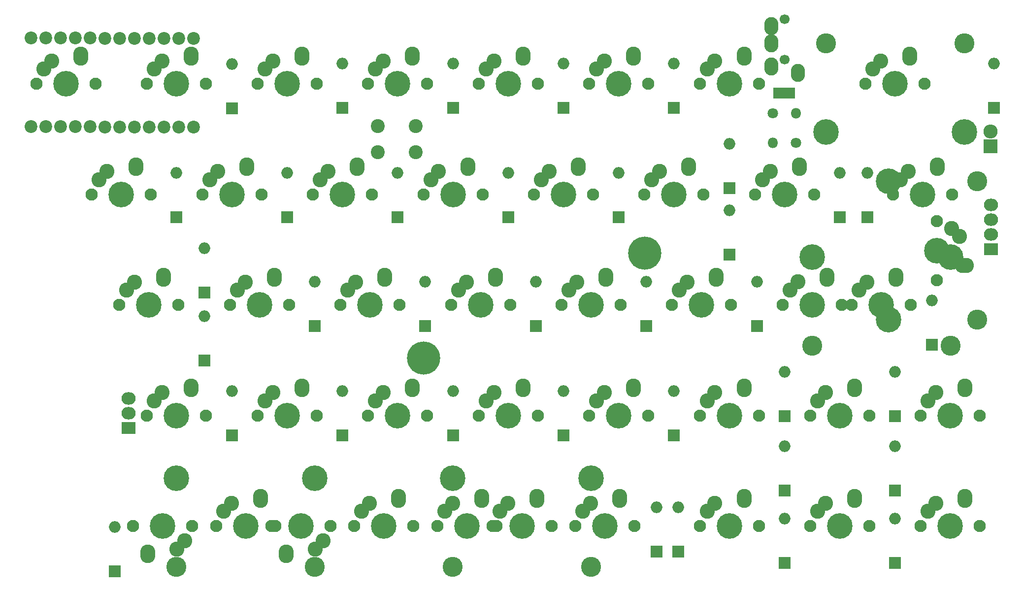
<source format=gbs>
G04 #@! TF.GenerationSoftware,KiCad,Pcbnew,(5.1.6)-1*
G04 #@! TF.CreationDate,2020-06-17T00:03:13+01:00*
G04 #@! TF.ProjectId,Mint60,4d696e74-3630-42e6-9b69-6361645f7063,rev?*
G04 #@! TF.SameCoordinates,Original*
G04 #@! TF.FileFunction,Soldermask,Bot*
G04 #@! TF.FilePolarity,Negative*
%FSLAX46Y46*%
G04 Gerber Fmt 4.6, Leading zero omitted, Abs format (unit mm)*
G04 Created by KiCad (PCBNEW (5.1.6)-1) date 2020-06-17 00:03:13*
%MOMM*%
%LPD*%
G01*
G04 APERTURE LIST*
%ADD10C,2.600000*%
%ADD11C,3.450000*%
%ADD12C,4.400000*%
%ADD13C,2.100000*%
%ADD14R,2.432000X2.127200*%
%ADD15O,2.432000X2.127200*%
%ADD16R,2.000000X2.000000*%
%ADD17O,2.000000X2.000000*%
%ADD18C,2.200000*%
%ADD19C,1.800000*%
%ADD20O,1.800000X1.800000*%
%ADD21R,2.432000X2.432000*%
%ADD22O,2.432000X2.432000*%
%ADD23C,1.700000*%
%ADD24O,2.400000X3.100000*%
%ADD25C,2.400000*%
%ADD26C,5.700000*%
%ADD27R,1.924000X1.924000*%
G04 APERTURE END LIST*
D10*
X203595000Y-61040000D03*
X204730000Y-66040000D03*
D11*
X206650000Y-75400000D03*
X206650000Y-51600000D03*
D12*
X191410000Y-51600000D03*
X191410000Y-75400000D03*
D13*
X199650000Y-68580000D03*
X199650000Y-58420000D03*
D12*
X199650000Y-63500000D03*
D10*
X202190000Y-59690000D03*
X204095000Y-66040000D03*
X180790000Y-67770000D03*
X174440000Y-70310000D03*
D13*
X183330000Y-72850000D03*
X173170000Y-72850000D03*
D12*
X178250000Y-72850000D03*
D10*
X175790000Y-68905000D03*
X180790000Y-68405000D03*
X52540000Y-30430000D03*
X47540000Y-30930000D03*
D12*
X50000000Y-34875000D03*
D13*
X44920000Y-34875000D03*
X55080000Y-34875000D03*
D10*
X46190000Y-32335000D03*
X52540000Y-29795000D03*
X195040000Y-30430000D03*
X188690000Y-32335000D03*
D12*
X192500000Y-34875000D03*
D13*
X187420000Y-34875000D03*
X197580000Y-34875000D03*
D12*
X204400000Y-43115000D03*
X180600000Y-43115000D03*
D11*
X180600000Y-27875000D03*
X204400000Y-27875000D03*
D10*
X195040000Y-29795000D03*
X190040000Y-30930000D03*
D14*
X60750000Y-94000000D03*
D15*
X60750000Y-91460000D03*
X60750000Y-88920000D03*
D16*
X73750000Y-82420000D03*
D17*
X73750000Y-74800000D03*
D10*
X71540000Y-87430000D03*
X66540000Y-87930000D03*
D12*
X69000000Y-91875000D03*
D13*
X63920000Y-91875000D03*
X74080000Y-91875000D03*
D10*
X65190000Y-89335000D03*
X71540000Y-86795000D03*
D16*
X198850000Y-79700000D03*
D17*
X198850000Y-72080000D03*
D10*
X147540000Y-30430000D03*
X142540000Y-30930000D03*
D12*
X145000000Y-34875000D03*
D13*
X139920000Y-34875000D03*
X150080000Y-34875000D03*
D10*
X141190000Y-32335000D03*
X147540000Y-29795000D03*
X199790000Y-49430000D03*
X194790000Y-49930000D03*
D12*
X197250000Y-53875000D03*
D13*
X192170000Y-53875000D03*
X202330000Y-53875000D03*
D10*
X193440000Y-51335000D03*
X199790000Y-48795000D03*
X185540000Y-87430000D03*
X180540000Y-87930000D03*
D12*
X183000000Y-91875000D03*
D13*
X177920000Y-91875000D03*
X188080000Y-91875000D03*
D10*
X179190000Y-89335000D03*
X185540000Y-86795000D03*
X157040000Y-49430000D03*
X152040000Y-49930000D03*
D12*
X154500000Y-53875000D03*
D13*
X149420000Y-53875000D03*
X159580000Y-53875000D03*
D10*
X150690000Y-51335000D03*
X157040000Y-48795000D03*
D18*
X71940000Y-27030000D03*
X69400000Y-27030000D03*
X66860000Y-27030000D03*
X64320000Y-27030000D03*
X61780000Y-27030000D03*
X59240000Y-27030000D03*
X56700000Y-27030000D03*
X54160000Y-27000000D03*
X51620000Y-27000000D03*
X49080000Y-27000000D03*
X46540000Y-27000000D03*
X44000000Y-27000000D03*
X43940000Y-42240000D03*
X46480000Y-42240000D03*
X49020000Y-42240000D03*
X51560000Y-42240000D03*
X54100000Y-42240000D03*
X56640000Y-42270000D03*
X59180000Y-42270000D03*
X61720000Y-42270000D03*
X64260000Y-42270000D03*
X66800000Y-42270000D03*
X69340000Y-42270000D03*
X71880000Y-42270000D03*
D16*
X69000000Y-57800000D03*
D17*
X69000000Y-50180000D03*
D16*
X78500000Y-39100000D03*
D17*
X78500000Y-31480000D03*
D16*
X97500000Y-39000000D03*
D17*
X97500000Y-31380000D03*
D16*
X116500000Y-39000000D03*
D17*
X116500000Y-31380000D03*
D16*
X135500000Y-39000000D03*
D17*
X135500000Y-31380000D03*
D16*
X154500000Y-39000000D03*
D17*
X154500000Y-31380000D03*
D16*
X164000000Y-52750000D03*
D17*
X164000000Y-45130000D03*
D16*
X209500000Y-39000000D03*
D17*
X209500000Y-31380000D03*
D16*
X73800000Y-70700000D03*
D17*
X73800000Y-63080000D03*
D16*
X88000000Y-57800000D03*
D17*
X88000000Y-50180000D03*
D16*
X107000000Y-57750000D03*
D17*
X107000000Y-50130000D03*
D16*
X126000000Y-57750000D03*
D17*
X126000000Y-50130000D03*
D16*
X145000000Y-57750000D03*
D17*
X145000000Y-50130000D03*
D16*
X164000000Y-64250000D03*
D17*
X164000000Y-56630000D03*
D16*
X183000000Y-57750000D03*
D17*
X183000000Y-50130000D03*
D16*
X187750000Y-57750000D03*
D17*
X187750000Y-50130000D03*
D16*
X92750000Y-76500000D03*
D17*
X92750000Y-68880000D03*
D16*
X111750000Y-76500000D03*
D17*
X111750000Y-68880000D03*
D16*
X130750000Y-76500000D03*
D17*
X130750000Y-68880000D03*
D16*
X149750000Y-76500000D03*
D17*
X149750000Y-68880000D03*
D16*
X168750000Y-76500000D03*
D17*
X168750000Y-68880000D03*
D16*
X78500000Y-95250000D03*
D17*
X78500000Y-87630000D03*
D16*
X97500000Y-95250000D03*
D17*
X97500000Y-87630000D03*
D16*
X116500000Y-95250000D03*
D17*
X116500000Y-87630000D03*
D16*
X135500000Y-95250000D03*
D17*
X135500000Y-87630000D03*
D16*
X154500000Y-95250000D03*
D17*
X154500000Y-87630000D03*
D16*
X173500000Y-104750000D03*
D17*
X173500000Y-97130000D03*
D14*
X209000000Y-63250000D03*
D15*
X209000000Y-60710000D03*
X209000000Y-58170000D03*
X209000000Y-55630000D03*
D19*
X171500000Y-39920000D03*
D20*
X171500000Y-45000000D03*
D19*
X175500000Y-45000000D03*
D20*
X175500000Y-39920000D03*
D10*
X71540000Y-30430000D03*
X66540000Y-30930000D03*
D12*
X69000000Y-34875000D03*
D13*
X63920000Y-34875000D03*
X74080000Y-34875000D03*
D10*
X65190000Y-32335000D03*
X71540000Y-29795000D03*
X90540000Y-30430000D03*
X85540000Y-30930000D03*
D12*
X88000000Y-34875000D03*
D13*
X82920000Y-34875000D03*
X93080000Y-34875000D03*
D10*
X84190000Y-32335000D03*
X90540000Y-29795000D03*
X109540000Y-30430000D03*
X104540000Y-30930000D03*
D12*
X107000000Y-34875000D03*
D13*
X101920000Y-34875000D03*
X112080000Y-34875000D03*
D10*
X103190000Y-32335000D03*
X109540000Y-29795000D03*
X128540000Y-30430000D03*
X123540000Y-30930000D03*
D12*
X126000000Y-34875000D03*
D13*
X120920000Y-34875000D03*
X131080000Y-34875000D03*
D10*
X122190000Y-32335000D03*
X128540000Y-29795000D03*
X166540000Y-30430000D03*
X161540000Y-30930000D03*
D12*
X164000000Y-34875000D03*
D13*
X158920000Y-34875000D03*
X169080000Y-34875000D03*
D10*
X160190000Y-32335000D03*
X166540000Y-29795000D03*
X62040000Y-49430000D03*
X57040000Y-49930000D03*
D12*
X59500000Y-53875000D03*
D13*
X54420000Y-53875000D03*
X64580000Y-53875000D03*
D10*
X55690000Y-51335000D03*
X62040000Y-48795000D03*
X81040000Y-49430000D03*
X76040000Y-49930000D03*
D12*
X78500000Y-53875000D03*
D13*
X73420000Y-53875000D03*
X83580000Y-53875000D03*
D10*
X74690000Y-51335000D03*
X81040000Y-48795000D03*
X100040000Y-49430000D03*
X95040000Y-49930000D03*
D12*
X97500000Y-53875000D03*
D13*
X92420000Y-53875000D03*
X102580000Y-53875000D03*
D10*
X93690000Y-51335000D03*
X100040000Y-48795000D03*
X119040000Y-49430000D03*
X114040000Y-49930000D03*
D12*
X116500000Y-53875000D03*
D13*
X111420000Y-53875000D03*
X121580000Y-53875000D03*
D10*
X112690000Y-51335000D03*
X119040000Y-48795000D03*
X138040000Y-49430000D03*
X133040000Y-49930000D03*
D12*
X135500000Y-53875000D03*
D13*
X130420000Y-53875000D03*
X140580000Y-53875000D03*
D10*
X131690000Y-51335000D03*
X138040000Y-48795000D03*
X176040000Y-49430000D03*
X171040000Y-49930000D03*
D12*
X173500000Y-53875000D03*
D13*
X168420000Y-53875000D03*
X178580000Y-53875000D03*
D10*
X169690000Y-51335000D03*
X176040000Y-48795000D03*
X66790000Y-68430000D03*
X61790000Y-68930000D03*
D12*
X64250000Y-72875000D03*
D13*
X59170000Y-72875000D03*
X69330000Y-72875000D03*
D10*
X60440000Y-70335000D03*
X66790000Y-67795000D03*
X85790000Y-68430000D03*
X80790000Y-68930000D03*
D12*
X83250000Y-72875000D03*
D13*
X78170000Y-72875000D03*
X88330000Y-72875000D03*
D10*
X79440000Y-70335000D03*
X85790000Y-67795000D03*
X123790000Y-68430000D03*
X118790000Y-68930000D03*
D12*
X121250000Y-72875000D03*
D13*
X116170000Y-72875000D03*
X126330000Y-72875000D03*
D10*
X117440000Y-70335000D03*
X123790000Y-67795000D03*
X142790000Y-68430000D03*
X137790000Y-68930000D03*
D12*
X140250000Y-72875000D03*
D13*
X135170000Y-72875000D03*
X145330000Y-72875000D03*
D10*
X136440000Y-70335000D03*
X142790000Y-67795000D03*
X161790000Y-68430000D03*
X156790000Y-68930000D03*
D12*
X159250000Y-72875000D03*
D13*
X154170000Y-72875000D03*
X164330000Y-72875000D03*
D10*
X155440000Y-70335000D03*
X161790000Y-67795000D03*
X90540000Y-87430000D03*
X85540000Y-87930000D03*
D12*
X88000000Y-91875000D03*
D13*
X82920000Y-91875000D03*
X93080000Y-91875000D03*
D10*
X84190000Y-89335000D03*
X90540000Y-86795000D03*
X109540000Y-87430000D03*
X104540000Y-87930000D03*
D12*
X107000000Y-91875000D03*
D13*
X101920000Y-91875000D03*
X112080000Y-91875000D03*
D10*
X103190000Y-89335000D03*
X109540000Y-86795000D03*
X128540000Y-87430000D03*
X123540000Y-87930000D03*
D12*
X126000000Y-91875000D03*
D13*
X120920000Y-91875000D03*
X131080000Y-91875000D03*
D10*
X122190000Y-89335000D03*
X128540000Y-86795000D03*
X147540000Y-87430000D03*
X142540000Y-87930000D03*
D12*
X145000000Y-91875000D03*
D13*
X139920000Y-91875000D03*
X150080000Y-91875000D03*
D10*
X141190000Y-89335000D03*
X147540000Y-86795000D03*
D16*
X173500000Y-92000000D03*
D17*
X173500000Y-84380000D03*
D16*
X192500000Y-92000000D03*
D17*
X192500000Y-84380000D03*
D16*
X173500000Y-117250000D03*
D17*
X173500000Y-109630000D03*
D16*
X192500000Y-117250000D03*
D17*
X192500000Y-109630000D03*
D16*
X192500000Y-104750000D03*
D17*
X192500000Y-97130000D03*
D16*
X58400000Y-118620000D03*
D17*
X58400000Y-111000000D03*
D16*
X151500000Y-115250000D03*
D17*
X151500000Y-107630000D03*
D16*
X155250000Y-115250000D03*
D17*
X155250000Y-107630000D03*
D10*
X104790000Y-68430000D03*
X99790000Y-68930000D03*
D12*
X102250000Y-72875000D03*
D13*
X97170000Y-72875000D03*
X107330000Y-72875000D03*
D10*
X98440000Y-70335000D03*
X104790000Y-67795000D03*
X166540000Y-87430000D03*
X161540000Y-87930000D03*
D12*
X164000000Y-91875000D03*
D13*
X158920000Y-91875000D03*
X169080000Y-91875000D03*
D10*
X160190000Y-89335000D03*
X166540000Y-86795000D03*
X204540000Y-87430000D03*
X199540000Y-87930000D03*
D12*
X202000000Y-91875000D03*
D13*
X196920000Y-91875000D03*
X207080000Y-91875000D03*
D10*
X198190000Y-89335000D03*
X204540000Y-86795000D03*
X166540000Y-106430000D03*
X161540000Y-106930000D03*
D12*
X164000000Y-110875000D03*
D13*
X158920000Y-110875000D03*
X169080000Y-110875000D03*
D10*
X160190000Y-108335000D03*
X166540000Y-105795000D03*
X185540000Y-106430000D03*
X180540000Y-106930000D03*
D12*
X183000000Y-110875000D03*
D13*
X177920000Y-110875000D03*
X188080000Y-110875000D03*
D10*
X179190000Y-108335000D03*
X185540000Y-105795000D03*
X204540000Y-106430000D03*
X199540000Y-106930000D03*
D12*
X202000000Y-110875000D03*
D13*
X196920000Y-110875000D03*
X207080000Y-110875000D03*
D10*
X198190000Y-108335000D03*
X204540000Y-105795000D03*
X87835000Y-115320000D03*
X92835000Y-114820000D03*
D12*
X90375000Y-110875000D03*
D13*
X95455000Y-110875000D03*
X85295000Y-110875000D03*
D10*
X94185000Y-113415000D03*
X87835000Y-115955000D03*
D21*
X208950000Y-45600000D03*
D22*
X208950000Y-43060000D03*
D23*
X173500000Y-23700000D03*
X173500000Y-30700000D03*
D24*
X175800000Y-33000000D03*
X171200000Y-31900000D03*
X171200000Y-24900000D03*
X171200000Y-27900000D03*
D10*
X64085000Y-115320000D03*
X69085000Y-114820000D03*
D12*
X66625000Y-110875000D03*
D13*
X71705000Y-110875000D03*
X61545000Y-110875000D03*
D10*
X70435000Y-113415000D03*
X64085000Y-115955000D03*
X121415000Y-106430000D03*
X116415000Y-106930000D03*
D12*
X118875000Y-110875000D03*
D13*
X113795000Y-110875000D03*
X123955000Y-110875000D03*
D10*
X115065000Y-108335000D03*
X121415000Y-105795000D03*
X145165000Y-106430000D03*
X140165000Y-106930000D03*
D12*
X142625000Y-110875000D03*
D13*
X137545000Y-110875000D03*
X147705000Y-110875000D03*
D10*
X138815000Y-108335000D03*
X145165000Y-105795000D03*
D25*
X103600000Y-42100000D03*
X103600000Y-46600000D03*
X110100000Y-42100000D03*
X110100000Y-46600000D03*
D10*
X107165000Y-106430000D03*
X102165000Y-106930000D03*
D12*
X104625000Y-110875000D03*
D13*
X99545000Y-110875000D03*
X109705000Y-110875000D03*
D10*
X100815000Y-108335000D03*
X107165000Y-105795000D03*
X192665000Y-68430000D03*
X186315000Y-70335000D03*
D12*
X190125000Y-72875000D03*
D13*
X185045000Y-72875000D03*
X195205000Y-72875000D03*
D12*
X202025000Y-64635000D03*
X178225000Y-64635000D03*
D11*
X178225000Y-79875000D03*
X202025000Y-79875000D03*
D10*
X192665000Y-67795000D03*
X187665000Y-68930000D03*
X83415000Y-106430000D03*
X77065000Y-108335000D03*
D12*
X80875000Y-110875000D03*
D13*
X75795000Y-110875000D03*
X85955000Y-110875000D03*
D12*
X92775000Y-102635000D03*
X68975000Y-102635000D03*
D11*
X68975000Y-117875000D03*
X92775000Y-117875000D03*
D10*
X83415000Y-105795000D03*
X78415000Y-106930000D03*
X130915000Y-106430000D03*
X124565000Y-108335000D03*
D12*
X128375000Y-110875000D03*
D13*
X123295000Y-110875000D03*
X133455000Y-110875000D03*
D12*
X140275000Y-102635000D03*
X116475000Y-102635000D03*
D11*
X116475000Y-117875000D03*
X140275000Y-117875000D03*
D10*
X130915000Y-105795000D03*
X125915000Y-106930000D03*
D26*
X149500000Y-64000000D03*
X111500000Y-82000000D03*
D27*
X172495000Y-36400000D03*
X174400000Y-36400000D03*
M02*

</source>
